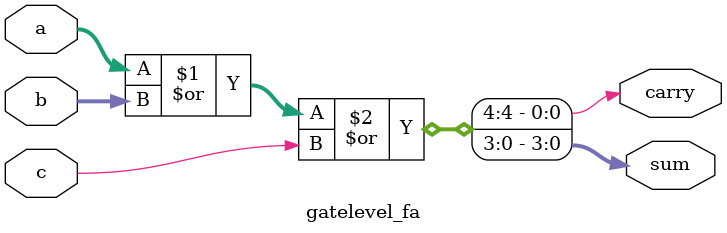
<source format=v>
`timescale 1ns / 1ps


module gatelevel_fa(
output [3:0] sum,
output carry,
input [3:0] a,b,
input c);
assign {carry,sum}=a|b|c;



  
endmodule

</source>
